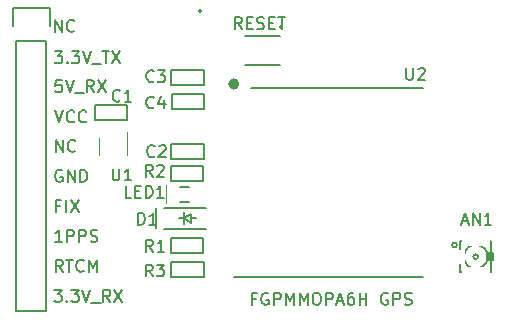
<source format=gto>
%TF.GenerationSoftware,KiCad,Pcbnew,4.0.5-e0-6337~49~ubuntu16.04.1*%
%TF.CreationDate,2017-03-30T12:13:01-07:00*%
%TF.ProjectId,fgpmmopa6h-gps-breakout,6667706D6D6F706136682D6770732D62,v1.0*%
%TF.FileFunction,Legend,Top*%
%FSLAX46Y46*%
G04 Gerber Fmt 4.6, Leading zero omitted, Abs format (unit mm)*
G04 Created by KiCad (PCBNEW 4.0.5-e0-6337~49~ubuntu16.04.1) date Thu Mar 30 12:13:01 2017*
%MOMM*%
%LPD*%
G01*
G04 APERTURE LIST*
%ADD10C,0.350000*%
%ADD11C,0.152400*%
%ADD12C,0.203200*%
%ADD13C,0.150000*%
%ADD14C,0.050000*%
%ADD15C,0.120000*%
%ADD16C,0.508000*%
%ADD17R,1.152400X1.152400*%
%ADD18R,2.352400X1.152400*%
%ADD19R,0.952400X0.902400*%
%ADD20R,0.952400X1.852400*%
%ADD21R,0.572400X0.752400*%
%ADD22R,2.184400X1.879600*%
%ADD23O,2.184400X1.879600*%
%ADD24R,1.062400X1.372400*%
%ADD25R,2.151380X1.153160*%
G04 APERTURE END LIST*
D10*
D11*
X20680801Y-37485199D02*
X20342135Y-37001390D01*
X20100230Y-37485199D02*
X20100230Y-36469199D01*
X20487277Y-36469199D01*
X20584039Y-36517580D01*
X20632420Y-36565961D01*
X20680801Y-36662723D01*
X20680801Y-36807866D01*
X20632420Y-36904628D01*
X20584039Y-36953009D01*
X20487277Y-37001390D01*
X20100230Y-37001390D01*
X21116230Y-36953009D02*
X21454896Y-36953009D01*
X21600039Y-37485199D02*
X21116230Y-37485199D01*
X21116230Y-36469199D01*
X21600039Y-36469199D01*
X21987087Y-37436818D02*
X22132230Y-37485199D01*
X22374134Y-37485199D01*
X22470896Y-37436818D01*
X22519277Y-37388437D01*
X22567658Y-37291675D01*
X22567658Y-37194913D01*
X22519277Y-37098151D01*
X22470896Y-37049770D01*
X22374134Y-37001390D01*
X22180611Y-36953009D01*
X22083849Y-36904628D01*
X22035468Y-36856247D01*
X21987087Y-36759485D01*
X21987087Y-36662723D01*
X22035468Y-36565961D01*
X22083849Y-36517580D01*
X22180611Y-36469199D01*
X22422515Y-36469199D01*
X22567658Y-36517580D01*
X23003087Y-36953009D02*
X23341753Y-36953009D01*
X23486896Y-37485199D02*
X23003087Y-37485199D01*
X23003087Y-36469199D01*
X23486896Y-36469199D01*
X23777182Y-36469199D02*
X24357753Y-36469199D01*
X24067468Y-37485199D02*
X24067468Y-36469199D01*
X21854644Y-60295609D02*
X21515978Y-60295609D01*
X21515978Y-60827799D02*
X21515978Y-59811799D01*
X21999787Y-59811799D01*
X22919025Y-59860180D02*
X22822263Y-59811799D01*
X22677120Y-59811799D01*
X22531978Y-59860180D01*
X22435216Y-59956942D01*
X22386835Y-60053704D01*
X22338454Y-60247228D01*
X22338454Y-60392370D01*
X22386835Y-60585894D01*
X22435216Y-60682656D01*
X22531978Y-60779418D01*
X22677120Y-60827799D01*
X22773882Y-60827799D01*
X22919025Y-60779418D01*
X22967406Y-60731037D01*
X22967406Y-60392370D01*
X22773882Y-60392370D01*
X23402835Y-60827799D02*
X23402835Y-59811799D01*
X23789882Y-59811799D01*
X23886644Y-59860180D01*
X23935025Y-59908561D01*
X23983406Y-60005323D01*
X23983406Y-60150466D01*
X23935025Y-60247228D01*
X23886644Y-60295609D01*
X23789882Y-60343990D01*
X23402835Y-60343990D01*
X24418835Y-60827799D02*
X24418835Y-59811799D01*
X24757501Y-60537513D01*
X25096168Y-59811799D01*
X25096168Y-60827799D01*
X25579978Y-60827799D02*
X25579978Y-59811799D01*
X25918644Y-60537513D01*
X26257311Y-59811799D01*
X26257311Y-60827799D01*
X26934645Y-59811799D02*
X27128168Y-59811799D01*
X27224930Y-59860180D01*
X27321692Y-59956942D01*
X27370073Y-60150466D01*
X27370073Y-60489132D01*
X27321692Y-60682656D01*
X27224930Y-60779418D01*
X27128168Y-60827799D01*
X26934645Y-60827799D01*
X26837883Y-60779418D01*
X26741121Y-60682656D01*
X26692740Y-60489132D01*
X26692740Y-60150466D01*
X26741121Y-59956942D01*
X26837883Y-59860180D01*
X26934645Y-59811799D01*
X27805502Y-60827799D02*
X27805502Y-59811799D01*
X28192549Y-59811799D01*
X28289311Y-59860180D01*
X28337692Y-59908561D01*
X28386073Y-60005323D01*
X28386073Y-60150466D01*
X28337692Y-60247228D01*
X28289311Y-60295609D01*
X28192549Y-60343990D01*
X27805502Y-60343990D01*
X28773121Y-60537513D02*
X29256930Y-60537513D01*
X28676359Y-60827799D02*
X29015026Y-59811799D01*
X29353692Y-60827799D01*
X30127787Y-59811799D02*
X29934264Y-59811799D01*
X29837502Y-59860180D01*
X29789121Y-59908561D01*
X29692359Y-60053704D01*
X29643978Y-60247228D01*
X29643978Y-60634275D01*
X29692359Y-60731037D01*
X29740740Y-60779418D01*
X29837502Y-60827799D01*
X30031025Y-60827799D01*
X30127787Y-60779418D01*
X30176168Y-60731037D01*
X30224549Y-60634275D01*
X30224549Y-60392370D01*
X30176168Y-60295609D01*
X30127787Y-60247228D01*
X30031025Y-60198847D01*
X29837502Y-60198847D01*
X29740740Y-60247228D01*
X29692359Y-60295609D01*
X29643978Y-60392370D01*
X30659978Y-60827799D02*
X30659978Y-59811799D01*
X30659978Y-60295609D02*
X31240549Y-60295609D01*
X31240549Y-60827799D02*
X31240549Y-59811799D01*
X33030644Y-59860180D02*
X32933882Y-59811799D01*
X32788739Y-59811799D01*
X32643597Y-59860180D01*
X32546835Y-59956942D01*
X32498454Y-60053704D01*
X32450073Y-60247228D01*
X32450073Y-60392370D01*
X32498454Y-60585894D01*
X32546835Y-60682656D01*
X32643597Y-60779418D01*
X32788739Y-60827799D01*
X32885501Y-60827799D01*
X33030644Y-60779418D01*
X33079025Y-60731037D01*
X33079025Y-60392370D01*
X32885501Y-60392370D01*
X33514454Y-60827799D02*
X33514454Y-59811799D01*
X33901501Y-59811799D01*
X33998263Y-59860180D01*
X34046644Y-59908561D01*
X34095025Y-60005323D01*
X34095025Y-60150466D01*
X34046644Y-60247228D01*
X33998263Y-60295609D01*
X33901501Y-60343990D01*
X33514454Y-60343990D01*
X34482073Y-60779418D02*
X34627216Y-60827799D01*
X34869120Y-60827799D01*
X34965882Y-60779418D01*
X35014263Y-60731037D01*
X35062644Y-60634275D01*
X35062644Y-60537513D01*
X35014263Y-60440751D01*
X34965882Y-60392370D01*
X34869120Y-60343990D01*
X34675597Y-60295609D01*
X34578835Y-60247228D01*
X34530454Y-60198847D01*
X34482073Y-60102085D01*
X34482073Y-60005323D01*
X34530454Y-59908561D01*
X34578835Y-59860180D01*
X34675597Y-59811799D01*
X34917501Y-59811799D01*
X35062644Y-59860180D01*
X4812454Y-59557799D02*
X5441406Y-59557799D01*
X5102740Y-59944847D01*
X5247882Y-59944847D01*
X5344644Y-59993228D01*
X5393025Y-60041609D01*
X5441406Y-60138370D01*
X5441406Y-60380275D01*
X5393025Y-60477037D01*
X5344644Y-60525418D01*
X5247882Y-60573799D01*
X4957597Y-60573799D01*
X4860835Y-60525418D01*
X4812454Y-60477037D01*
X5876835Y-60477037D02*
X5925216Y-60525418D01*
X5876835Y-60573799D01*
X5828454Y-60525418D01*
X5876835Y-60477037D01*
X5876835Y-60573799D01*
X6263883Y-59557799D02*
X6892835Y-59557799D01*
X6554169Y-59944847D01*
X6699311Y-59944847D01*
X6796073Y-59993228D01*
X6844454Y-60041609D01*
X6892835Y-60138370D01*
X6892835Y-60380275D01*
X6844454Y-60477037D01*
X6796073Y-60525418D01*
X6699311Y-60573799D01*
X6409026Y-60573799D01*
X6312264Y-60525418D01*
X6263883Y-60477037D01*
X7183121Y-59557799D02*
X7521788Y-60573799D01*
X7860454Y-59557799D01*
X7957216Y-60670561D02*
X8731311Y-60670561D01*
X9553787Y-60573799D02*
X9215121Y-60089990D01*
X8973216Y-60573799D02*
X8973216Y-59557799D01*
X9360263Y-59557799D01*
X9457025Y-59606180D01*
X9505406Y-59654561D01*
X9553787Y-59751323D01*
X9553787Y-59896466D01*
X9505406Y-59993228D01*
X9457025Y-60041609D01*
X9360263Y-60089990D01*
X8973216Y-60089990D01*
X9892454Y-59557799D02*
X10569787Y-60573799D01*
X10569787Y-59557799D02*
X9892454Y-60573799D01*
X5513977Y-58033799D02*
X5175311Y-57549990D01*
X4933406Y-58033799D02*
X4933406Y-57017799D01*
X5320453Y-57017799D01*
X5417215Y-57066180D01*
X5465596Y-57114561D01*
X5513977Y-57211323D01*
X5513977Y-57356466D01*
X5465596Y-57453228D01*
X5417215Y-57501609D01*
X5320453Y-57549990D01*
X4933406Y-57549990D01*
X5804263Y-57017799D02*
X6384834Y-57017799D01*
X6094549Y-58033799D02*
X6094549Y-57017799D01*
X7304072Y-57937037D02*
X7255691Y-57985418D01*
X7110548Y-58033799D01*
X7013786Y-58033799D01*
X6868644Y-57985418D01*
X6771882Y-57888656D01*
X6723501Y-57791894D01*
X6675120Y-57598370D01*
X6675120Y-57453228D01*
X6723501Y-57259704D01*
X6771882Y-57162942D01*
X6868644Y-57066180D01*
X7013786Y-57017799D01*
X7110548Y-57017799D01*
X7255691Y-57066180D01*
X7304072Y-57114561D01*
X7739501Y-58033799D02*
X7739501Y-57017799D01*
X8078167Y-57743513D01*
X8416834Y-57017799D01*
X8416834Y-58033799D01*
X5465596Y-55493799D02*
X4885025Y-55493799D01*
X5175311Y-55493799D02*
X5175311Y-54477799D01*
X5078549Y-54622942D01*
X4981787Y-54719704D01*
X4885025Y-54768085D01*
X5901025Y-55493799D02*
X5901025Y-54477799D01*
X6288072Y-54477799D01*
X6384834Y-54526180D01*
X6433215Y-54574561D01*
X6481596Y-54671323D01*
X6481596Y-54816466D01*
X6433215Y-54913228D01*
X6384834Y-54961609D01*
X6288072Y-55009990D01*
X5901025Y-55009990D01*
X6917025Y-55493799D02*
X6917025Y-54477799D01*
X7304072Y-54477799D01*
X7400834Y-54526180D01*
X7449215Y-54574561D01*
X7497596Y-54671323D01*
X7497596Y-54816466D01*
X7449215Y-54913228D01*
X7400834Y-54961609D01*
X7304072Y-55009990D01*
X6917025Y-55009990D01*
X7884644Y-55445418D02*
X8029787Y-55493799D01*
X8271691Y-55493799D01*
X8368453Y-55445418D01*
X8416834Y-55397037D01*
X8465215Y-55300275D01*
X8465215Y-55203513D01*
X8416834Y-55106751D01*
X8368453Y-55058370D01*
X8271691Y-55009990D01*
X8078168Y-54961609D01*
X7981406Y-54913228D01*
X7933025Y-54864847D01*
X7884644Y-54768085D01*
X7884644Y-54671323D01*
X7933025Y-54574561D01*
X7981406Y-54526180D01*
X8078168Y-54477799D01*
X8320072Y-54477799D01*
X8465215Y-54526180D01*
X5272072Y-52421609D02*
X4933406Y-52421609D01*
X4933406Y-52953799D02*
X4933406Y-51937799D01*
X5417215Y-51937799D01*
X5804263Y-52953799D02*
X5804263Y-51937799D01*
X6191311Y-51937799D02*
X6868644Y-52953799D01*
X6868644Y-51937799D02*
X6191311Y-52953799D01*
X5465596Y-49446180D02*
X5368834Y-49397799D01*
X5223691Y-49397799D01*
X5078549Y-49446180D01*
X4981787Y-49542942D01*
X4933406Y-49639704D01*
X4885025Y-49833228D01*
X4885025Y-49978370D01*
X4933406Y-50171894D01*
X4981787Y-50268656D01*
X5078549Y-50365418D01*
X5223691Y-50413799D01*
X5320453Y-50413799D01*
X5465596Y-50365418D01*
X5513977Y-50317037D01*
X5513977Y-49978370D01*
X5320453Y-49978370D01*
X5949406Y-50413799D02*
X5949406Y-49397799D01*
X6529977Y-50413799D01*
X6529977Y-49397799D01*
X7013787Y-50413799D02*
X7013787Y-49397799D01*
X7255692Y-49397799D01*
X7400834Y-49446180D01*
X7497596Y-49542942D01*
X7545977Y-49639704D01*
X7594358Y-49833228D01*
X7594358Y-49978370D01*
X7545977Y-50171894D01*
X7497596Y-50268656D01*
X7400834Y-50365418D01*
X7255692Y-50413799D01*
X7013787Y-50413799D01*
X4933406Y-47873799D02*
X4933406Y-46857799D01*
X5513977Y-47873799D01*
X5513977Y-46857799D01*
X6578358Y-47777037D02*
X6529977Y-47825418D01*
X6384834Y-47873799D01*
X6288072Y-47873799D01*
X6142930Y-47825418D01*
X6046168Y-47728656D01*
X5997787Y-47631894D01*
X5949406Y-47438370D01*
X5949406Y-47293228D01*
X5997787Y-47099704D01*
X6046168Y-47002942D01*
X6142930Y-46906180D01*
X6288072Y-46857799D01*
X6384834Y-46857799D01*
X6529977Y-46906180D01*
X6578358Y-46954561D01*
X4914054Y-44355899D02*
X5252721Y-45371899D01*
X5591387Y-44355899D01*
X6510625Y-45275137D02*
X6462244Y-45323518D01*
X6317101Y-45371899D01*
X6220339Y-45371899D01*
X6075197Y-45323518D01*
X5978435Y-45226756D01*
X5930054Y-45129994D01*
X5881673Y-44936470D01*
X5881673Y-44791328D01*
X5930054Y-44597804D01*
X5978435Y-44501042D01*
X6075197Y-44404280D01*
X6220339Y-44355899D01*
X6317101Y-44355899D01*
X6462244Y-44404280D01*
X6510625Y-44452661D01*
X7526625Y-45275137D02*
X7478244Y-45323518D01*
X7333101Y-45371899D01*
X7236339Y-45371899D01*
X7091197Y-45323518D01*
X6994435Y-45226756D01*
X6946054Y-45129994D01*
X6897673Y-44936470D01*
X6897673Y-44791328D01*
X6946054Y-44597804D01*
X6994435Y-44501042D01*
X7091197Y-44404280D01*
X7236339Y-44355899D01*
X7333101Y-44355899D01*
X7478244Y-44404280D01*
X7526625Y-44452661D01*
X5432939Y-41803199D02*
X4949130Y-41803199D01*
X4900749Y-42287009D01*
X4949130Y-42238628D01*
X5045892Y-42190247D01*
X5287796Y-42190247D01*
X5384558Y-42238628D01*
X5432939Y-42287009D01*
X5481320Y-42383770D01*
X5481320Y-42625675D01*
X5432939Y-42722437D01*
X5384558Y-42770818D01*
X5287796Y-42819199D01*
X5045892Y-42819199D01*
X4949130Y-42770818D01*
X4900749Y-42722437D01*
X5771606Y-41803199D02*
X6110273Y-42819199D01*
X6448939Y-41803199D01*
X6545701Y-42915961D02*
X7319796Y-42915961D01*
X8142272Y-42819199D02*
X7803606Y-42335390D01*
X7561701Y-42819199D02*
X7561701Y-41803199D01*
X7948748Y-41803199D01*
X8045510Y-41851580D01*
X8093891Y-41899961D01*
X8142272Y-41996723D01*
X8142272Y-42141866D01*
X8093891Y-42238628D01*
X8045510Y-42287009D01*
X7948748Y-42335390D01*
X7561701Y-42335390D01*
X8480939Y-41803199D02*
X9158272Y-42819199D01*
X9158272Y-41803199D02*
X8480939Y-42819199D01*
X4852368Y-39352099D02*
X5481320Y-39352099D01*
X5142654Y-39739147D01*
X5287796Y-39739147D01*
X5384558Y-39787528D01*
X5432939Y-39835909D01*
X5481320Y-39932670D01*
X5481320Y-40174575D01*
X5432939Y-40271337D01*
X5384558Y-40319718D01*
X5287796Y-40368099D01*
X4997511Y-40368099D01*
X4900749Y-40319718D01*
X4852368Y-40271337D01*
X5916749Y-40271337D02*
X5965130Y-40319718D01*
X5916749Y-40368099D01*
X5868368Y-40319718D01*
X5916749Y-40271337D01*
X5916749Y-40368099D01*
X6303797Y-39352099D02*
X6932749Y-39352099D01*
X6594083Y-39739147D01*
X6739225Y-39739147D01*
X6835987Y-39787528D01*
X6884368Y-39835909D01*
X6932749Y-39932670D01*
X6932749Y-40174575D01*
X6884368Y-40271337D01*
X6835987Y-40319718D01*
X6739225Y-40368099D01*
X6448940Y-40368099D01*
X6352178Y-40319718D01*
X6303797Y-40271337D01*
X7223035Y-39352099D02*
X7561702Y-40368099D01*
X7900368Y-39352099D01*
X7997130Y-40464861D02*
X8771225Y-40464861D01*
X8867987Y-39352099D02*
X9448558Y-39352099D01*
X9158273Y-40368099D02*
X9158273Y-39352099D01*
X9690463Y-39352099D02*
X10367796Y-40368099D01*
X10367796Y-39352099D02*
X9690463Y-40368099D01*
X4860835Y-37713799D02*
X4860835Y-36697799D01*
X5441406Y-37713799D01*
X5441406Y-36697799D01*
X6505787Y-37617037D02*
X6457406Y-37665418D01*
X6312263Y-37713799D01*
X6215501Y-37713799D01*
X6070359Y-37665418D01*
X5973597Y-37568656D01*
X5925216Y-37471894D01*
X5876835Y-37278370D01*
X5876835Y-37133228D01*
X5925216Y-36939704D01*
X5973597Y-36842942D01*
X6070359Y-36746180D01*
X6215501Y-36697799D01*
X6312263Y-36697799D01*
X6457406Y-36746180D01*
X6505787Y-36794561D01*
D12*
X41596620Y-57048680D02*
X41596620Y-56448680D01*
X41996620Y-57048680D02*
X41496620Y-57048680D01*
X41996620Y-57048680D02*
X41996620Y-56448680D01*
X41996620Y-56448680D02*
X41496620Y-56448680D01*
X40696620Y-56748680D02*
G75*
G03X40696620Y-56748680I-200000J0D01*
G01*
X41496620Y-56748680D02*
G75*
G03X41496620Y-56748680I-1000000J0D01*
G01*
X39196620Y-55448680D02*
X39196620Y-58048680D01*
X39196620Y-58048680D02*
X41796620Y-58048680D01*
X41796620Y-58048680D02*
X41796620Y-55448680D01*
X41796620Y-55448680D02*
X39196620Y-55448680D01*
X38896620Y-55748680D02*
G75*
G03X38896620Y-55748680I-200000J0D01*
G01*
D11*
X8274620Y-43921680D02*
X8274620Y-45191680D01*
X11005120Y-43921680D02*
X11005120Y-45191680D01*
D13*
X8274620Y-43921680D02*
X11005120Y-43921680D01*
X11005120Y-45191680D02*
X8274620Y-45191680D01*
D11*
X17458120Y-48493680D02*
X17458120Y-47223680D01*
X14727620Y-48493680D02*
X14727620Y-47223680D01*
D13*
X17458120Y-48493680D02*
X14727620Y-48493680D01*
X14727620Y-47223680D02*
X17458120Y-47223680D01*
D11*
X17458120Y-42207180D02*
X17458120Y-40937180D01*
X14727620Y-42207180D02*
X14727620Y-40937180D01*
D13*
X17458120Y-42207180D02*
X14727620Y-42207180D01*
X14727620Y-40937180D02*
X17458120Y-40937180D01*
D11*
X17482120Y-44239180D02*
X17482120Y-42969180D01*
X14751620Y-44239180D02*
X14751620Y-42969180D01*
D13*
X17482120Y-44239180D02*
X14751620Y-44239180D01*
X14751620Y-42969180D02*
X17482120Y-42969180D01*
D14*
X14307120Y-52240180D02*
X14307120Y-50716180D01*
D13*
X15481120Y-50878180D02*
X16181120Y-50878180D01*
X16181120Y-52078180D02*
X15481120Y-52078180D01*
D11*
X14688120Y-55161180D02*
X14688120Y-56431180D01*
X17418620Y-55161180D02*
X17418620Y-56431180D01*
D13*
X14688120Y-55161180D02*
X17418620Y-55161180D01*
X17418620Y-56431180D02*
X14688120Y-56431180D01*
D11*
X14664120Y-49065180D02*
X14664120Y-50335180D01*
X17394620Y-49065180D02*
X17394620Y-50335180D01*
D13*
X14664120Y-49065180D02*
X17394620Y-49065180D01*
X17394620Y-50335180D02*
X14664120Y-50335180D01*
D11*
X17458120Y-58463180D02*
X17458120Y-57193180D01*
X14727620Y-58463180D02*
X14727620Y-57193180D01*
D13*
X17458120Y-58463180D02*
X14727620Y-58463180D01*
X14727620Y-57193180D02*
X17458120Y-57193180D01*
X23938440Y-38036180D02*
X20938440Y-38036180D01*
X23938440Y-40536180D02*
X20938440Y-40536180D01*
D10*
X24045120Y-37286180D02*
X24045120Y-37286180D01*
X17123100Y-35973000D02*
X17123100Y-35973000D01*
D15*
X10931620Y-48116680D02*
X10931620Y-46216680D01*
X8611620Y-46716680D02*
X8611620Y-48116680D01*
D13*
X4135120Y-38524180D02*
X4135120Y-61384180D01*
X4135120Y-61384180D02*
X1595120Y-61384180D01*
X1595120Y-61384180D02*
X1595120Y-38524180D01*
X4415120Y-35704180D02*
X4415120Y-37254180D01*
X4135120Y-38524180D02*
X1595120Y-38524180D01*
X1315120Y-37254180D02*
X1315120Y-35704180D01*
X1315120Y-35704180D02*
X4415120Y-35704180D01*
X16429620Y-53510180D02*
X16810620Y-53510180D01*
X15413620Y-53510180D02*
X15794620Y-53510180D01*
X15794620Y-53510180D02*
X16429620Y-53129180D01*
X16429620Y-53129180D02*
X16429620Y-53891180D01*
X16429620Y-53891180D02*
X15794620Y-53510180D01*
X15794620Y-53002180D02*
X15794620Y-54018180D01*
X14112120Y-54410180D02*
X17652120Y-54410180D01*
X14112120Y-52610180D02*
X17652120Y-52610180D01*
D11*
X13412120Y-52610180D02*
X13412120Y-54310180D01*
D16*
X20240073Y-42123360D02*
G75*
G03X20240073Y-42123360I-228953J0D01*
G01*
D11*
X21470620Y-42504360D02*
X36012120Y-42504360D01*
X36012120Y-58506360D02*
X20010120Y-58506360D01*
D13*
X39346025Y-53740347D02*
X39822216Y-53740347D01*
X39250787Y-54026061D02*
X39584120Y-53026061D01*
X39917454Y-54026061D01*
X40250787Y-54026061D02*
X40250787Y-53026061D01*
X40822216Y-54026061D01*
X40822216Y-53026061D01*
X41822216Y-54026061D02*
X41250787Y-54026061D01*
X41536501Y-54026061D02*
X41536501Y-53026061D01*
X41441263Y-53168918D01*
X41346025Y-53264156D01*
X41250787Y-53311775D01*
X10381954Y-43516823D02*
X10334335Y-43564442D01*
X10191478Y-43612061D01*
X10096240Y-43612061D01*
X9953382Y-43564442D01*
X9858144Y-43469204D01*
X9810525Y-43373966D01*
X9762906Y-43183490D01*
X9762906Y-43040632D01*
X9810525Y-42850156D01*
X9858144Y-42754918D01*
X9953382Y-42659680D01*
X10096240Y-42612061D01*
X10191478Y-42612061D01*
X10334335Y-42659680D01*
X10381954Y-42707299D01*
X11334335Y-43612061D02*
X10762906Y-43612061D01*
X11048620Y-43612061D02*
X11048620Y-42612061D01*
X10953382Y-42754918D01*
X10858144Y-42850156D01*
X10762906Y-42897775D01*
X13302954Y-48215823D02*
X13255335Y-48263442D01*
X13112478Y-48311061D01*
X13017240Y-48311061D01*
X12874382Y-48263442D01*
X12779144Y-48168204D01*
X12731525Y-48072966D01*
X12683906Y-47882490D01*
X12683906Y-47739632D01*
X12731525Y-47549156D01*
X12779144Y-47453918D01*
X12874382Y-47358680D01*
X13017240Y-47311061D01*
X13112478Y-47311061D01*
X13255335Y-47358680D01*
X13302954Y-47406299D01*
X13683906Y-47406299D02*
X13731525Y-47358680D01*
X13826763Y-47311061D01*
X14064859Y-47311061D01*
X14160097Y-47358680D01*
X14207716Y-47406299D01*
X14255335Y-47501537D01*
X14255335Y-47596775D01*
X14207716Y-47739632D01*
X13636287Y-48311061D01*
X14255335Y-48311061D01*
X13239454Y-41865823D02*
X13191835Y-41913442D01*
X13048978Y-41961061D01*
X12953740Y-41961061D01*
X12810882Y-41913442D01*
X12715644Y-41818204D01*
X12668025Y-41722966D01*
X12620406Y-41532490D01*
X12620406Y-41389632D01*
X12668025Y-41199156D01*
X12715644Y-41103918D01*
X12810882Y-41008680D01*
X12953740Y-40961061D01*
X13048978Y-40961061D01*
X13191835Y-41008680D01*
X13239454Y-41056299D01*
X13572787Y-40961061D02*
X14191835Y-40961061D01*
X13858501Y-41342013D01*
X14001359Y-41342013D01*
X14096597Y-41389632D01*
X14144216Y-41437251D01*
X14191835Y-41532490D01*
X14191835Y-41770585D01*
X14144216Y-41865823D01*
X14096597Y-41913442D01*
X14001359Y-41961061D01*
X13715644Y-41961061D01*
X13620406Y-41913442D01*
X13572787Y-41865823D01*
X13239454Y-44088323D02*
X13191835Y-44135942D01*
X13048978Y-44183561D01*
X12953740Y-44183561D01*
X12810882Y-44135942D01*
X12715644Y-44040704D01*
X12668025Y-43945466D01*
X12620406Y-43754990D01*
X12620406Y-43612132D01*
X12668025Y-43421656D01*
X12715644Y-43326418D01*
X12810882Y-43231180D01*
X12953740Y-43183561D01*
X13048978Y-43183561D01*
X13191835Y-43231180D01*
X13239454Y-43278799D01*
X14096597Y-43516894D02*
X14096597Y-44183561D01*
X13858501Y-43135942D02*
X13620406Y-43850228D01*
X14239454Y-43850228D01*
X11326930Y-51740061D02*
X10850739Y-51740061D01*
X10850739Y-50740061D01*
X11660263Y-51216251D02*
X11993597Y-51216251D01*
X12136454Y-51740061D02*
X11660263Y-51740061D01*
X11660263Y-50740061D01*
X12136454Y-50740061D01*
X12565025Y-51740061D02*
X12565025Y-50740061D01*
X12803120Y-50740061D01*
X12945978Y-50787680D01*
X13041216Y-50882918D01*
X13088835Y-50978156D01*
X13136454Y-51168632D01*
X13136454Y-51311490D01*
X13088835Y-51501966D01*
X13041216Y-51597204D01*
X12945978Y-51692442D01*
X12803120Y-51740061D01*
X12565025Y-51740061D01*
X14088835Y-51740061D02*
X13517406Y-51740061D01*
X13803120Y-51740061D02*
X13803120Y-50740061D01*
X13707882Y-50882918D01*
X13612644Y-50978156D01*
X13517406Y-51025775D01*
X13175954Y-56312061D02*
X12842620Y-55835870D01*
X12604525Y-56312061D02*
X12604525Y-55312061D01*
X12985478Y-55312061D01*
X13080716Y-55359680D01*
X13128335Y-55407299D01*
X13175954Y-55502537D01*
X13175954Y-55645394D01*
X13128335Y-55740632D01*
X13080716Y-55788251D01*
X12985478Y-55835870D01*
X12604525Y-55835870D01*
X14128335Y-56312061D02*
X13556906Y-56312061D01*
X13842620Y-56312061D02*
X13842620Y-55312061D01*
X13747382Y-55454918D01*
X13652144Y-55550156D01*
X13556906Y-55597775D01*
X13136454Y-49962061D02*
X12803120Y-49485870D01*
X12565025Y-49962061D02*
X12565025Y-48962061D01*
X12945978Y-48962061D01*
X13041216Y-49009680D01*
X13088835Y-49057299D01*
X13136454Y-49152537D01*
X13136454Y-49295394D01*
X13088835Y-49390632D01*
X13041216Y-49438251D01*
X12945978Y-49485870D01*
X12565025Y-49485870D01*
X13517406Y-49057299D02*
X13565025Y-49009680D01*
X13660263Y-48962061D01*
X13898359Y-48962061D01*
X13993597Y-49009680D01*
X14041216Y-49057299D01*
X14088835Y-49152537D01*
X14088835Y-49247775D01*
X14041216Y-49390632D01*
X13469787Y-49962061D01*
X14088835Y-49962061D01*
X13136454Y-58407561D02*
X12803120Y-57931370D01*
X12565025Y-58407561D02*
X12565025Y-57407561D01*
X12945978Y-57407561D01*
X13041216Y-57455180D01*
X13088835Y-57502799D01*
X13136454Y-57598037D01*
X13136454Y-57740894D01*
X13088835Y-57836132D01*
X13041216Y-57883751D01*
X12945978Y-57931370D01*
X12565025Y-57931370D01*
X13469787Y-57407561D02*
X14088835Y-57407561D01*
X13755501Y-57788513D01*
X13898359Y-57788513D01*
X13993597Y-57836132D01*
X14041216Y-57883751D01*
X14088835Y-57978990D01*
X14088835Y-58217085D01*
X14041216Y-58312323D01*
X13993597Y-58359942D01*
X13898359Y-58407561D01*
X13612644Y-58407561D01*
X13517406Y-58359942D01*
X13469787Y-58312323D01*
X9762906Y-49279561D02*
X9762906Y-50089085D01*
X9810525Y-50184323D01*
X9858144Y-50231942D01*
X9953382Y-50279561D01*
X10143859Y-50279561D01*
X10239097Y-50231942D01*
X10286716Y-50184323D01*
X10334335Y-50089085D01*
X10334335Y-49279561D01*
X11334335Y-50279561D02*
X10762906Y-50279561D01*
X11048620Y-50279561D02*
X11048620Y-49279561D01*
X10953382Y-49422418D01*
X10858144Y-49517656D01*
X10762906Y-49565275D01*
X11906025Y-54038761D02*
X11906025Y-53038761D01*
X12144120Y-53038761D01*
X12286978Y-53086380D01*
X12382216Y-53181618D01*
X12429835Y-53276856D01*
X12477454Y-53467332D01*
X12477454Y-53610190D01*
X12429835Y-53800666D01*
X12382216Y-53895904D01*
X12286978Y-53991142D01*
X12144120Y-54038761D01*
X11906025Y-54038761D01*
X13429835Y-54038761D02*
X12858406Y-54038761D01*
X13144120Y-54038761D02*
X13144120Y-53038761D01*
X13048882Y-53181618D01*
X12953644Y-53276856D01*
X12858406Y-53324475D01*
X34615215Y-40770561D02*
X34615215Y-41580085D01*
X34662834Y-41675323D01*
X34710453Y-41722942D01*
X34805691Y-41770561D01*
X34996168Y-41770561D01*
X35091406Y-41722942D01*
X35139025Y-41675323D01*
X35186644Y-41580085D01*
X35186644Y-40770561D01*
X35615215Y-40865799D02*
X35662834Y-40818180D01*
X35758072Y-40770561D01*
X35996168Y-40770561D01*
X36091406Y-40818180D01*
X36139025Y-40865799D01*
X36186644Y-40961037D01*
X36186644Y-41056275D01*
X36139025Y-41199132D01*
X35567596Y-41770561D01*
X36186644Y-41770561D01*
%LPC*%
D17*
X38996620Y-56748680D03*
D18*
X40496620Y-55248680D03*
X40496620Y-58248680D03*
D19*
X8921620Y-44556680D03*
X10421620Y-44556680D03*
X16811120Y-47858680D03*
X15311120Y-47858680D03*
X16811120Y-41572180D03*
X15311120Y-41572180D03*
X16835120Y-43604180D03*
X15335120Y-43604180D03*
X15081120Y-51478180D03*
X16581120Y-51478180D03*
X15335120Y-55796180D03*
X16835120Y-55796180D03*
X15311120Y-49700180D03*
X16811120Y-49700180D03*
X16811120Y-57828180D03*
X15311120Y-57828180D03*
D20*
X20645120Y-39286180D03*
X24045120Y-39286180D03*
D21*
X10421620Y-46466680D03*
X9121620Y-46466680D03*
X10421620Y-48366680D03*
X9771620Y-46466680D03*
X9121620Y-48366680D03*
D22*
X2865120Y-37254180D03*
D23*
X2865120Y-39794180D03*
X2865120Y-42334180D03*
X2865120Y-44874180D03*
X2865120Y-47414180D03*
X2865120Y-49954180D03*
X2865120Y-52494180D03*
X2865120Y-55034180D03*
X2865120Y-57574180D03*
X2865120Y-60114180D03*
D24*
X14477120Y-53510180D03*
X17747120Y-53510180D03*
D25*
X20010120Y-43756580D03*
X20010120Y-45255180D03*
X20010120Y-46756320D03*
X20010120Y-48254920D03*
X20010120Y-49756060D03*
X20010120Y-51254660D03*
X20010120Y-52755800D03*
X20010120Y-54254400D03*
X20010120Y-55755540D03*
X20010120Y-57254140D03*
X36012120Y-57254140D03*
X36012120Y-55755540D03*
X36012120Y-54254400D03*
X36012120Y-52755800D03*
X36012120Y-51254660D03*
X36012120Y-49756060D03*
X36012120Y-48254920D03*
X36012120Y-46756320D03*
X36012120Y-45255180D03*
X36012120Y-43756580D03*
M02*

</source>
